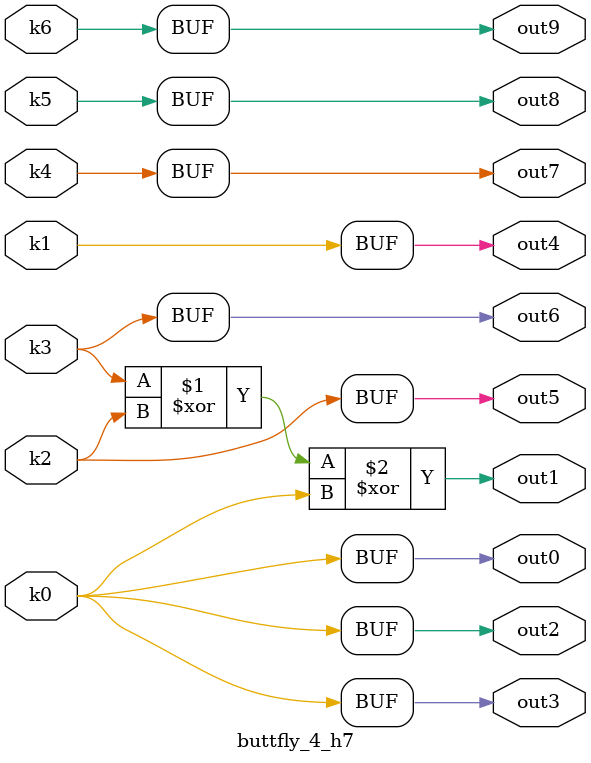
<source format=v>
module buttfly_4(pi00, pi01, pi02, pi03, pi04, pi05, pi06, pi07, pi08, pi09, po00, po01, po02, po03, po04, po05, po06, po07, po08, po09);
input pi00, pi01, pi02, pi03, pi04, pi05, pi06, pi07, pi08, pi09;
output po00, po01, po02, po03, po04, po05, po06, po07, po08, po09;
wire k0, k1, k2, k3, k4, k5, k6;
buttfly_4_w7 DUT1 (pi00, pi01, pi02, pi03, pi04, pi05, pi06, pi07, pi08, pi09, k0, k1, k2, k3, k4, k5, k6);
buttfly_4_h7 DUT2 (k0, k1, k2, k3, k4, k5, k6, po00, po01, po02, po03, po04, po05, po06, po07, po08, po09);
endmodule

module buttfly_4_w7(in9, in8, in7, in6, in5, in4, in3, in2, in1, in0, k6, k5, k4, k3, k2, k1, k0);
input in9, in8, in7, in6, in5, in4, in3, in2, in1, in0;
output k6, k5, k4, k3, k2, k1, k0;
assign k0 =   ((in8 ^ in5) & ((in1 & (~in9 | in6)) | (~in9 & in6))) | (((in9 & ~in6) | (in0 & (in9 | ~in6))) & (~in8 ^ in5));
assign k1 =   (in1 & (in9 ^ in6)) | (in0 & (~in9 ^ in6));
assign k2 =   (((~in9 & (~in6 | in3)) | (~in6 & in3)) & (~in7 | ~in4) & (~in8 | ~in5)) | (~in8 & ~in5 & (~in7 | ~in4)) | (~in7 & ~in4);
assign k3 =   (((in9 & (in6 | in2)) | (in6 & in2)) & (in7 | in4) & (in8 | in5)) | (in8 & in5 & (in7 | in4)) | (in7 & in4);
assign k4 =   ((in7 ^ in4) & (((in8 | in5) & ((in2 & (in9 | in6)) | (in9 & in6))) | (in8 & in5))) | ((~in8 | ~in5) & ((~in9 & ~in6) | (in3 & (~in9 | ~in6))) & (~in7 ^ in4)) | (~in8 & ~in5 & (~in7 ^ in4));
assign k5 =   ((in8 ^ in5) & ((in2 & (in9 | in6)) | (in9 & in6))) | (((~in9 & ~in6) | (in3 & (~in9 | ~in6))) & (~in8 ^ in5));
assign k6 =   (in2 & (in9 ^ in6)) | (in3 & (~in9 ^ in6));
endmodule

module buttfly_4_h7(k6, k5, k4, k3, k2, k1, k0, out9, out8, out7, out6, out5, out4, out3, out2, out1, out0);
input k6, k5, k4, k3, k2, k1, k0;
output out9, out8, out7, out6, out5, out4, out3, out2, out1, out0;
assign out0 = k0;
assign out1 = k3 ^ k2 ^ k0;
assign out2 = k0;
assign out3 = k0;
assign out4 = k1;
assign out5 = k2;
assign out6 = k3;
assign out7 = k4;
assign out8 = k5;
assign out9 = k6;
endmodule

</source>
